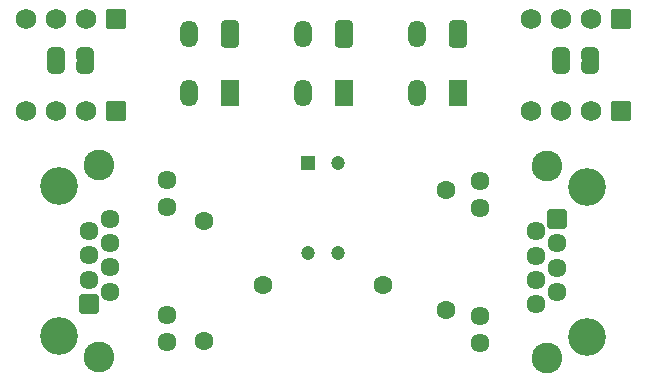
<source format=gbs>
G04 #@! TF.GenerationSoftware,KiCad,Pcbnew,9.0.2*
G04 #@! TF.CreationDate,2025-11-18T17:36:03+08:00*
G04 #@! TF.ProjectId,rio module,72696f20-6d6f-4647-956c-652e6b696361,rev?*
G04 #@! TF.SameCoordinates,Original*
G04 #@! TF.FileFunction,Soldermask,Bot*
G04 #@! TF.FilePolarity,Negative*
%FSLAX46Y46*%
G04 Gerber Fmt 4.6, Leading zero omitted, Abs format (unit mm)*
G04 Created by KiCad (PCBNEW 9.0.2) date 2025-11-18 17:36:03*
%MOMM*%
%LPD*%
G01*
G04 APERTURE LIST*
G04 Aperture macros list*
%AMRoundRect*
0 Rectangle with rounded corners*
0 $1 Rounding radius*
0 $2 $3 $4 $5 $6 $7 $8 $9 X,Y pos of 4 corners*
0 Add a 4 corners polygon primitive as box body*
4,1,4,$2,$3,$4,$5,$6,$7,$8,$9,$2,$3,0*
0 Add four circle primitives for the rounded corners*
1,1,$1+$1,$2,$3*
1,1,$1+$1,$4,$5*
1,1,$1+$1,$6,$7*
1,1,$1+$1,$8,$9*
0 Add four rect primitives between the rounded corners*
20,1,$1+$1,$2,$3,$4,$5,0*
20,1,$1+$1,$4,$5,$6,$7,0*
20,1,$1+$1,$6,$7,$8,$9,0*
20,1,$1+$1,$8,$9,$2,$3,0*%
%AMFreePoly0*
4,1,23,0.500000,-0.750000,0.000000,-0.750000,0.000000,-0.745722,-0.065263,-0.745722,-0.191342,-0.711940,-0.304381,-0.646677,-0.396677,-0.554381,-0.461940,-0.441342,-0.495722,-0.315263,-0.495722,-0.250000,-0.500000,-0.250000,-0.500000,0.250000,-0.495722,0.250000,-0.495722,0.315263,-0.461940,0.441342,-0.396677,0.554381,-0.304381,0.646677,-0.191342,0.711940,-0.065263,0.745722,0.000000,0.745722,
0.000000,0.750000,0.500000,0.750000,0.500000,-0.750000,0.500000,-0.750000,$1*%
%AMFreePoly1*
4,1,23,0.000000,0.745722,0.065263,0.745722,0.191342,0.711940,0.304381,0.646677,0.396677,0.554381,0.461940,0.441342,0.495722,0.315263,0.495722,0.250000,0.500000,0.250000,0.500000,-0.250000,0.495722,-0.250000,0.495722,-0.315263,0.461940,-0.441342,0.396677,-0.554381,0.304381,-0.646677,0.191342,-0.711940,0.065263,-0.745722,0.000000,-0.745722,0.000000,-0.750000,-0.500000,-0.750000,
-0.500000,0.750000,0.000000,0.750000,0.000000,0.745722,0.000000,0.745722,$1*%
G04 Aperture macros list end*
%ADD10C,3.200000*%
%ADD11RoundRect,0.102000X-0.704000X0.704000X-0.704000X-0.704000X0.704000X-0.704000X0.704000X0.704000X0*%
%ADD12C,1.612000*%
%ADD13C,2.604000*%
%ADD14RoundRect,0.250000X0.620000X0.620000X-0.620000X0.620000X-0.620000X-0.620000X0.620000X-0.620000X0*%
%ADD15C,1.740000*%
%ADD16R,1.500000X2.300000*%
%ADD17RoundRect,0.250001X0.499999X0.899999X-0.499999X0.899999X-0.499999X-0.899999X0.499999X-0.899999X0*%
%ADD18O,1.500000X2.300000*%
%ADD19C,1.600000*%
%ADD20R,1.200000X1.200000*%
%ADD21C,1.200000*%
%ADD22RoundRect,0.102000X0.704000X-0.704000X0.704000X0.704000X-0.704000X0.704000X-0.704000X-0.704000X0*%
%ADD23FreePoly0,270.000000*%
%ADD24FreePoly1,270.000000*%
G04 APERTURE END LIST*
G36*
X95000000Y-65100000D02*
G01*
X96500000Y-65100000D01*
X96500000Y-65400000D01*
X95000000Y-65400000D01*
X95000000Y-65100000D01*
G37*
G36*
X92500000Y-65100000D02*
G01*
X94000000Y-65100000D01*
X94000000Y-65400000D01*
X92500000Y-65400000D01*
X92500000Y-65100000D01*
G37*
G36*
X52250000Y-65100000D02*
G01*
X53750000Y-65100000D01*
X53750000Y-65400000D01*
X52250000Y-65400000D01*
X52250000Y-65100000D01*
G37*
G36*
X49750000Y-65100000D02*
G01*
X51250000Y-65100000D01*
X51250000Y-65400000D01*
X49750000Y-65400000D01*
X49750000Y-65100000D01*
G37*
D10*
X50750000Y-75890000D03*
X50750000Y-88590000D03*
D11*
X53290000Y-85810000D03*
D12*
X55070000Y-84790000D03*
X53290000Y-83770000D03*
X55070000Y-82750000D03*
X53290000Y-81730000D03*
X55070000Y-80710000D03*
X53290000Y-79690000D03*
X55070000Y-78670000D03*
X59890000Y-89100000D03*
X59890000Y-86810000D03*
X59890000Y-77670000D03*
X59890000Y-75380000D03*
D13*
X54180000Y-74115000D03*
X54180000Y-90365000D03*
D14*
X98305000Y-61750000D03*
D15*
X95765000Y-61750000D03*
X93225000Y-61750000D03*
X90685000Y-61750000D03*
D16*
X74910000Y-67982500D03*
D17*
X74910000Y-62982500D03*
D18*
X71410000Y-67982500D03*
X71410000Y-62982500D03*
D19*
X83547500Y-76170000D03*
X83547500Y-86330000D03*
D14*
X55555000Y-61750000D03*
D15*
X53015000Y-61750000D03*
X50475000Y-61750000D03*
X47935000Y-61750000D03*
D16*
X65250000Y-67982500D03*
D17*
X65250000Y-62982500D03*
D18*
X61750000Y-67982500D03*
X61750000Y-62982500D03*
D19*
X63000000Y-89000000D03*
X63000000Y-78840000D03*
D14*
X98305000Y-69500000D03*
D15*
X95765000Y-69500000D03*
X93225000Y-69500000D03*
X90685000Y-69500000D03*
D20*
X71855000Y-73940000D03*
D21*
X71855000Y-81560000D03*
X74395000Y-73940000D03*
X74395000Y-81560000D03*
D10*
X95500000Y-88600000D03*
X95500000Y-75900000D03*
D22*
X92960000Y-78680000D03*
D12*
X91180000Y-79700000D03*
X92960000Y-80720000D03*
X91180000Y-81740000D03*
X92960000Y-82760000D03*
X91180000Y-83780000D03*
X92960000Y-84800000D03*
X91180000Y-85820000D03*
X86360000Y-75390000D03*
X86360000Y-77680000D03*
X86360000Y-86820000D03*
X86360000Y-89110000D03*
D13*
X92070000Y-90375000D03*
X92070000Y-74125000D03*
D19*
X78205000Y-84250000D03*
X68045000Y-84250000D03*
D16*
X84580000Y-68000000D03*
D17*
X84580000Y-63000000D03*
D18*
X81080000Y-68000000D03*
X81080000Y-63000000D03*
D14*
X55555000Y-69500000D03*
D15*
X53015000Y-69500000D03*
X50475000Y-69500000D03*
X47935000Y-69500000D03*
D23*
X95750000Y-64600000D03*
D24*
X95750000Y-65900000D03*
D23*
X93250000Y-64600000D03*
D24*
X93250000Y-65900000D03*
D23*
X53000000Y-64600000D03*
D24*
X53000000Y-65900000D03*
D23*
X50500000Y-64600000D03*
D24*
X50500000Y-65900000D03*
M02*

</source>
